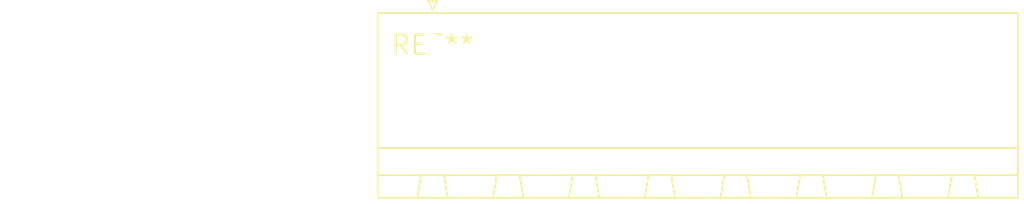
<source format=kicad_pcb>
(kicad_pcb (version 20240108) (generator pcbnew)
  (layers (0 "F.Cu" signal) (31 "B.Cu" signal) (34 "B.Paste" user) (35 "F.Paste" user) (36 "B.SilkS" user "B.Silkscreen") (37 "F.SilkS" user "F.Silkscreen") (38 "B.Mask" user) (39 "F.Mask" user) (44 "Edge.Cuts" user))
  (net 0 "")
  (footprint "PhoenixContact_MSTBA_2,5_8-G_1x08_P5.00mm_Horizontal" (layer "F.Cu") (at 0 0)
    (property "Reference" "REF**")
    (property "Value" "PhoenixContact_MSTBA_2,5_8-G_1x08_P5.00mm_Horizontal")
    (fp_line (start -3.61 -2.11) (end -3.61 10.11) (layer "F.SilkS") (stroke (width 0.12)))
    (fp_line (start -3.61 6.81) (end 38.61 6.81) (layer "F.SilkS") (stroke (width 0.12)))
    (fp_line (start -3.61 8.61) (end -3.61 6.81) (layer "F.SilkS") (stroke (width 0.12)))
    (fp_line (start -3.61 10.11) (end 38.61 10.11) (layer "F.SilkS") (stroke (width 0.12)))
    (fp_line (start -1 10.11) (end 1 10.11) (layer "F.SilkS") (stroke (width 0.12)))
    (fp_line (start -0.75 8.61) (end -1 10.11) (layer "F.SilkS") (stroke (width 0.12)))
    (fp_line (start -0.3 -2.91) (end 0.3 -2.91) (layer "F.SilkS") (stroke (width 0.12)))
    (fp_line (start 0 -2.31) (end -0.3 -2.91) (layer "F.SilkS") (stroke (width 0.12)))
    (fp_line (start 0.3 -2.91) (end 0 -2.31) (layer "F.SilkS") (stroke (width 0.12)))
    (fp_line (start 0.75 8.61) (end -0.75 8.61) (layer "F.SilkS") (stroke (width 0.12)))
    (fp_line (start 1 10.11) (end 0.75 8.61) (layer "F.SilkS") (stroke (width 0.12)))
    (fp_line (start 4 10.11) (end 6 10.11) (layer "F.SilkS") (stroke (width 0.12)))
    (fp_line (start 4.25 8.61) (end 4 10.11) (layer "F.SilkS") (stroke (width 0.12)))
    (fp_line (start 5.75 8.61) (end 4.25 8.61) (layer "F.SilkS") (stroke (width 0.12)))
    (fp_line (start 6 10.11) (end 5.75 8.61) (layer "F.SilkS") (stroke (width 0.12)))
    (fp_line (start 9 10.11) (end 11 10.11) (layer "F.SilkS") (stroke (width 0.12)))
    (fp_line (start 9.25 8.61) (end 9 10.11) (layer "F.SilkS") (stroke (width 0.12)))
    (fp_line (start 10.75 8.61) (end 9.25 8.61) (layer "F.SilkS") (stroke (width 0.12)))
    (fp_line (start 11 10.11) (end 10.75 8.61) (layer "F.SilkS") (stroke (width 0.12)))
    (fp_line (start 14 10.11) (end 16 10.11) (layer "F.SilkS") (stroke (width 0.12)))
    (fp_line (start 14.25 8.61) (end 14 10.11) (layer "F.SilkS") (stroke (width 0.12)))
    (fp_line (start 15.75 8.61) (end 14.25 8.61) (layer "F.SilkS") (stroke (width 0.12)))
    (fp_line (start 16 10.11) (end 15.75 8.61) (layer "F.SilkS") (stroke (width 0.12)))
    (fp_line (start 19 10.11) (end 21 10.11) (layer "F.SilkS") (stroke (width 0.12)))
    (fp_line (start 19.25 8.61) (end 19 10.11) (layer "F.SilkS") (stroke (width 0.12)))
    (fp_line (start 20.75 8.61) (end 19.25 8.61) (layer "F.SilkS") (stroke (width 0.12)))
    (fp_line (start 21 10.11) (end 20.75 8.61) (layer "F.SilkS") (stroke (width 0.12)))
    (fp_line (start 24 10.11) (end 26 10.11) (layer "F.SilkS") (stroke (width 0.12)))
    (fp_line (start 24.25 8.61) (end 24 10.11) (layer "F.SilkS") (stroke (width 0.12)))
    (fp_line (start 25.75 8.61) (end 24.25 8.61) (layer "F.SilkS") (stroke (width 0.12)))
    (fp_line (start 26 10.11) (end 25.75 8.61) (layer "F.SilkS") (stroke (width 0.12)))
    (fp_line (start 29 10.11) (end 31 10.11) (layer "F.SilkS") (stroke (width 0.12)))
    (fp_line (start 29.25 8.61) (end 29 10.11) (layer "F.SilkS") (stroke (width 0.12)))
    (fp_line (start 30.75 8.61) (end 29.25 8.61) (layer "F.SilkS") (stroke (width 0.12)))
    (fp_line (start 31 10.11) (end 30.75 8.61) (layer "F.SilkS") (stroke (width 0.12)))
    (fp_line (start 34 10.11) (end 36 10.11) (layer "F.SilkS") (stroke (width 0.12)))
    (fp_line (start 34.25 8.61) (end 34 10.11) (layer "F.SilkS") (stroke (width 0.12)))
    (fp_line (start 35.75 8.61) (end 34.25 8.61) (layer "F.SilkS") (stroke (width 0.12)))
    (fp_line (start 36 10.11) (end 35.75 8.61) (layer "F.SilkS") (stroke (width 0.12)))
    (fp_line (start 38.61 -2.11) (end -3.61 -2.11) (layer "F.SilkS") (stroke (width 0.12)))
    (fp_line (start 38.61 6.81) (end 38.61 8.61) (layer "F.SilkS") (stroke (width 0.12)))
    (fp_line (start 38.61 8.61) (end -3.61 8.61) (layer "F.SilkS") (stroke (width 0.12)))
    (fp_line (start 38.61 10.11) (end 38.61 -2.11) (layer "F.SilkS") (stroke (width 0.12)))
    (pad "1" thru_hole roundrect (at 0 0) (size 2 3.6) (drill 1.4) (layers *.Cu *.Mask) (remove_unused_layers) (roundrect_rratio 0.125))
    (pad "2" thru_hole oval (at 5 0) (size 2 3.6) (drill 1.4) (layers *.Cu *.Mask) (remove_unused_layers))
    (pad "3" thru_hole oval (at 10 0) (size 2 3.6) (drill 1.4) (layers *.Cu *.Mask) (remove_unused_layers))
    (pad "4" thru_hole oval (at 15 0) (size 2 3.6) (drill 1.4) (layers *.Cu *.Mask) (remove_unused_layers))
    (pad "5" thru_hole oval (at 20 0) (size 2 3.6) (drill 1.4) (layers *.Cu *.Mask) (remove_unused_layers))
    (pad "6" thru_hole oval (at 25 0) (size 2 3.6) (drill 1.4) (layers *.Cu *.Mask) (remove_unused_layers))
    (pad "7" thru_hole oval (at 30 0) (size 2 3.6) (drill 1.4) (layers *.Cu *.Mask) (remove_unused_layers))
    (pad "8" thru_hole oval (at 35 0) (size 2 3.6) (drill 1.4) (layers *.Cu *.Mask) (remove_unused_layers))
  )
)
</source>
